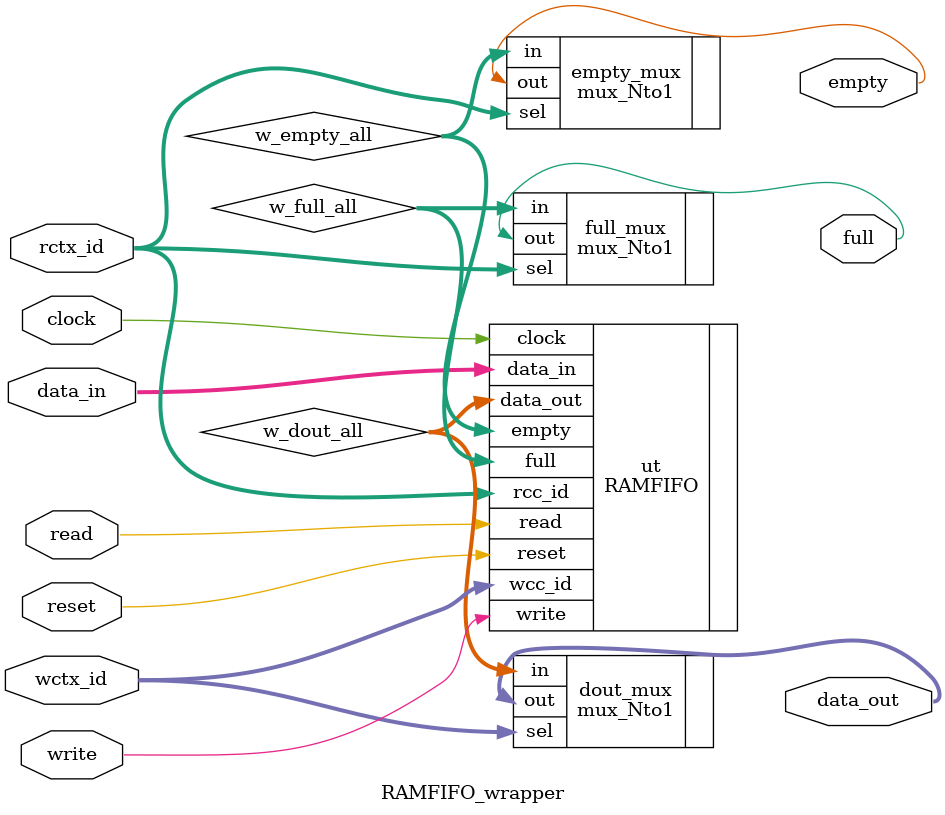
<source format=v>
`timescale 1ns / 1ps
/* RAMFIFO_wrapper.v
 * Wrapper for RAMFIFO.v to measure post PAR resource utilization
 * because otherwise MAP packs output registers into IOs
 */
module RAMFIFO_wrapper(
    clock,
    reset,
    wctx_id,
    rctx_id,
    data_in,
    data_out,
    write,
    read,
    full,
    empty    
);
    parameter WIDTH = 36;
    parameter LOG_DEP = 6;
    parameter LOG_CTX = 3;
    localparam DEPTH = 1 << LOG_DEP;
    localparam NUM_CTX = 1 << LOG_CTX;
    
    input                       clock;
    input                       reset;
    input         [LOG_CTX-1:0] wctx_id;
    input         [LOG_CTX-1:0] rctx_id;
    input           [WIDTH-1:0] data_in;
    input                       write;
    input                       read;
    
    output          [WIDTH-1:0] data_out;
    output                      full;
    output                      empty;
    
    wire    [NUM_CTX*WIDTH-1:0] w_dout_all;
    wire          [NUM_CTX-1:0] w_full_all;
    wire          [NUM_CTX-1:0] w_empty_all;
    
    mux_Nto1 #(.WIDTH(WIDTH), .SIZE(NUM_CTX)) dout_mux (
        .in (w_dout_all),
        .sel (wctx_id),
        .out (data_out));
    
    mux_Nto1 #(.WIDTH(1), .SIZE(NUM_CTX)) full_mux (
        .in (w_full_all),
        .sel (rctx_id),
        .out (full));
        
    mux_Nto1 #(.WIDTH(1), .SIZE(NUM_CTX)) empty_mux (
        .in (w_empty_all),
        .sel (rctx_id),
        .out (empty));

    RAMFIFO #(.WIDTH(WIDTH), .LOG_DEP(LOG_DEP), .LOG_CTX(LOG_CTX)) ut (
            .clock (clock),
            .reset (reset),
            .wcc_id (wctx_id),
            .rcc_id (rctx_id),
            .data_in (data_in),
            .data_out (w_dout_all),
            .write (write),
            .read (read),
            .full (w_full_all),
            .empty (w_empty_all));

endmodule

</source>
